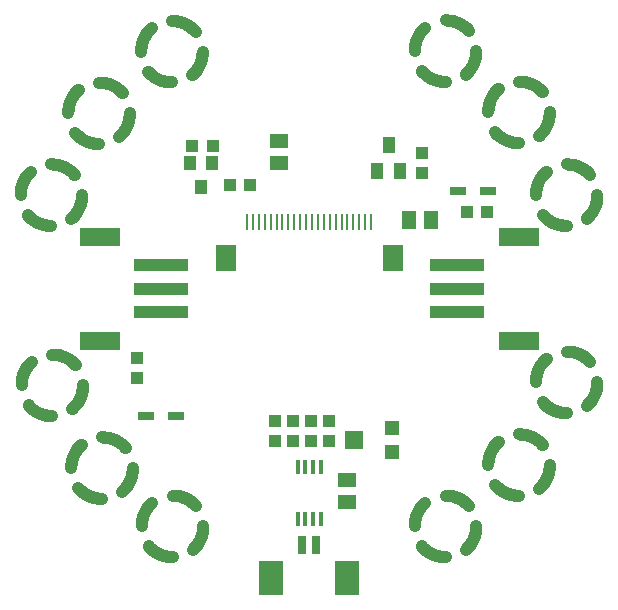
<source format=gbr>
G04 EAGLE Gerber RS-274X export*
G75*
%MOMM*%
%FSLAX34Y34*%
%LPD*%
%INSolderpaste Top*%
%IPPOS*%
%AMOC8*
5,1,8,0,0,1.08239X$1,22.5*%
G01*
%ADD10R,0.400000X1.300000*%
%ADD11R,1.000000X1.075000*%
%ADD12R,1.500000X1.240000*%
%ADD13R,1.500000X1.600000*%
%ADD14R,1.200000X1.200000*%
%ADD15R,0.800000X1.600000*%
%ADD16R,2.100000X3.000000*%
%ADD17R,1.075000X1.000000*%
%ADD18R,4.600000X1.000000*%
%ADD19R,3.400000X1.600000*%
%ADD20R,1.350000X0.800000*%
%ADD21R,1.000000X1.200000*%
%ADD22R,1.000000X1.400000*%
%ADD23C,1.000000*%
%ADD24R,0.250000X1.400000*%
%ADD25R,1.800000X2.200000*%
%ADD26R,1.240000X1.500000*%


D10*
X9750Y-150720D03*
X3250Y-150720D03*
X-3250Y-150720D03*
X-9750Y-150720D03*
X-9750Y-194720D03*
X-3250Y-194720D03*
X3250Y-194720D03*
X9750Y-194720D03*
D11*
X-13970Y-112150D03*
X-13970Y-129150D03*
X16510Y-112150D03*
X16510Y-129150D03*
X-29210Y-112150D03*
X-29210Y-129150D03*
D12*
X31750Y-161950D03*
X31750Y-180950D03*
D13*
X38110Y-128270D03*
D14*
X70610Y-138270D03*
X70610Y-118270D03*
D11*
X1270Y-112150D03*
X1270Y-129150D03*
D15*
X-6250Y-217170D03*
X6250Y-217170D03*
D16*
X-31850Y-244670D03*
X31850Y-244670D03*
D17*
X-66920Y87630D03*
X-49920Y87630D03*
D18*
X125400Y20000D03*
X125400Y0D03*
D19*
X177400Y44000D03*
X177400Y-44000D03*
D18*
X125400Y-20000D03*
D17*
X133740Y64770D03*
X150740Y64770D03*
D20*
X151130Y82550D03*
X125730Y82550D03*
D18*
X-125400Y-20000D03*
X-125400Y0D03*
D19*
X-177400Y-44000D03*
X-177400Y44000D03*
D18*
X-125400Y20000D03*
D11*
X-146050Y-58810D03*
X-146050Y-75810D03*
D20*
X-138430Y-107950D03*
X-113030Y-107950D03*
D21*
X-91440Y86520D03*
X-100940Y106520D03*
X-81940Y106520D03*
D17*
X-98670Y120650D03*
X-81670Y120650D03*
D22*
X67310Y121490D03*
X76810Y99490D03*
X57810Y99490D03*
D11*
X95250Y98180D03*
X95250Y115180D03*
D23*
X135570Y218169D02*
X135152Y218638D01*
X134723Y219098D01*
X134284Y219547D01*
X133833Y219986D01*
X133372Y220413D01*
X132901Y220829D01*
X132420Y221234D01*
X131929Y221627D01*
X131429Y222008D01*
X130920Y222378D01*
X130403Y222734D01*
X129877Y223078D01*
X129342Y223410D01*
X128800Y223728D01*
X128251Y224033D01*
X127694Y224325D01*
X127130Y224604D01*
X126560Y224869D01*
X125984Y225120D01*
X125402Y225357D01*
X124814Y225580D01*
X124221Y225789D01*
X123623Y225983D01*
X123021Y226164D01*
X122414Y226329D01*
X121804Y226480D01*
X121190Y226616D01*
X120573Y226737D01*
X119954Y226844D01*
X119332Y226935D01*
X118708Y227012D01*
X118082Y227074D01*
X117455Y227120D01*
X116827Y227151D01*
X116199Y227168D01*
X115570Y227169D01*
X98569Y221168D02*
X98100Y220750D01*
X97640Y220321D01*
X97191Y219882D01*
X96752Y219431D01*
X96325Y218970D01*
X95909Y218499D01*
X95504Y218018D01*
X95111Y217527D01*
X94730Y217027D01*
X94360Y216518D01*
X94004Y216001D01*
X93660Y215475D01*
X93328Y214940D01*
X93010Y214398D01*
X92705Y213849D01*
X92413Y213292D01*
X92134Y212728D01*
X91869Y212158D01*
X91618Y211582D01*
X91381Y211000D01*
X91158Y210412D01*
X90949Y209819D01*
X90755Y209221D01*
X90574Y208619D01*
X90409Y208012D01*
X90258Y207402D01*
X90122Y206788D01*
X90001Y206171D01*
X89894Y205552D01*
X89803Y204930D01*
X89726Y204306D01*
X89664Y203680D01*
X89618Y203053D01*
X89587Y202425D01*
X89570Y201797D01*
X89569Y201168D01*
X95570Y184167D02*
X95988Y183698D01*
X96417Y183238D01*
X96856Y182789D01*
X97307Y182350D01*
X97768Y181923D01*
X98239Y181507D01*
X98720Y181102D01*
X99211Y180709D01*
X99711Y180328D01*
X100220Y179958D01*
X100737Y179602D01*
X101263Y179258D01*
X101798Y178926D01*
X102340Y178608D01*
X102889Y178303D01*
X103446Y178011D01*
X104010Y177732D01*
X104580Y177467D01*
X105156Y177216D01*
X105738Y176979D01*
X106326Y176756D01*
X106919Y176547D01*
X107517Y176353D01*
X108119Y176172D01*
X108726Y176007D01*
X109336Y175856D01*
X109950Y175720D01*
X110567Y175599D01*
X111186Y175492D01*
X111808Y175401D01*
X112432Y175324D01*
X113058Y175262D01*
X113685Y175216D01*
X114313Y175185D01*
X114941Y175168D01*
X115570Y175167D01*
X132571Y181168D02*
X133040Y181586D01*
X133500Y182015D01*
X133949Y182454D01*
X134388Y182905D01*
X134815Y183366D01*
X135231Y183837D01*
X135636Y184318D01*
X136029Y184809D01*
X136410Y185309D01*
X136780Y185818D01*
X137136Y186335D01*
X137480Y186861D01*
X137812Y187396D01*
X138130Y187938D01*
X138435Y188487D01*
X138727Y189044D01*
X139006Y189608D01*
X139271Y190178D01*
X139522Y190754D01*
X139759Y191336D01*
X139982Y191924D01*
X140191Y192517D01*
X140385Y193115D01*
X140566Y193717D01*
X140731Y194324D01*
X140882Y194934D01*
X141018Y195548D01*
X141139Y196165D01*
X141246Y196784D01*
X141337Y197406D01*
X141414Y198030D01*
X141476Y198656D01*
X141522Y199283D01*
X141553Y199911D01*
X141570Y200539D01*
X141571Y201168D01*
X115570Y-175167D02*
X116199Y-175168D01*
X116827Y-175185D01*
X117455Y-175216D01*
X118082Y-175262D01*
X118708Y-175324D01*
X119332Y-175401D01*
X119954Y-175492D01*
X120573Y-175599D01*
X121190Y-175720D01*
X121804Y-175856D01*
X122414Y-176007D01*
X123021Y-176172D01*
X123623Y-176353D01*
X124221Y-176547D01*
X124814Y-176756D01*
X125402Y-176979D01*
X125984Y-177216D01*
X126560Y-177467D01*
X127130Y-177732D01*
X127694Y-178011D01*
X128251Y-178303D01*
X128800Y-178608D01*
X129342Y-178926D01*
X129877Y-179258D01*
X130403Y-179602D01*
X130920Y-179958D01*
X131429Y-180328D01*
X131929Y-180709D01*
X132420Y-181102D01*
X132901Y-181507D01*
X133372Y-181923D01*
X133833Y-182350D01*
X134284Y-182789D01*
X134723Y-183238D01*
X135152Y-183698D01*
X135570Y-184167D01*
X98569Y-181168D02*
X98100Y-181586D01*
X97640Y-182015D01*
X97191Y-182454D01*
X96752Y-182905D01*
X96325Y-183366D01*
X95909Y-183837D01*
X95504Y-184318D01*
X95111Y-184809D01*
X94730Y-185309D01*
X94360Y-185818D01*
X94004Y-186335D01*
X93660Y-186861D01*
X93328Y-187396D01*
X93010Y-187938D01*
X92705Y-188487D01*
X92413Y-189044D01*
X92134Y-189608D01*
X91869Y-190178D01*
X91618Y-190754D01*
X91381Y-191336D01*
X91158Y-191924D01*
X90949Y-192517D01*
X90755Y-193115D01*
X90574Y-193717D01*
X90409Y-194324D01*
X90258Y-194934D01*
X90122Y-195548D01*
X90001Y-196165D01*
X89894Y-196784D01*
X89803Y-197406D01*
X89726Y-198030D01*
X89664Y-198656D01*
X89618Y-199283D01*
X89587Y-199911D01*
X89570Y-200539D01*
X89569Y-201168D01*
X95570Y-218169D02*
X95988Y-218638D01*
X96417Y-219098D01*
X96856Y-219547D01*
X97307Y-219986D01*
X97768Y-220413D01*
X98239Y-220829D01*
X98720Y-221234D01*
X99211Y-221627D01*
X99711Y-222008D01*
X100220Y-222378D01*
X100737Y-222734D01*
X101263Y-223078D01*
X101798Y-223410D01*
X102340Y-223728D01*
X102889Y-224033D01*
X103446Y-224325D01*
X104010Y-224604D01*
X104580Y-224869D01*
X105156Y-225120D01*
X105738Y-225357D01*
X106326Y-225580D01*
X106919Y-225789D01*
X107517Y-225983D01*
X108119Y-226164D01*
X108726Y-226329D01*
X109336Y-226480D01*
X109950Y-226616D01*
X110567Y-226737D01*
X111186Y-226844D01*
X111808Y-226935D01*
X112432Y-227012D01*
X113058Y-227074D01*
X113685Y-227120D01*
X114313Y-227151D01*
X114941Y-227168D01*
X115570Y-227169D01*
X132571Y-221168D02*
X133040Y-220750D01*
X133500Y-220321D01*
X133949Y-219882D01*
X134388Y-219431D01*
X134815Y-218970D01*
X135231Y-218499D01*
X135636Y-218018D01*
X136029Y-217527D01*
X136410Y-217027D01*
X136780Y-216518D01*
X137136Y-216001D01*
X137480Y-215475D01*
X137812Y-214940D01*
X138130Y-214398D01*
X138435Y-213849D01*
X138727Y-213292D01*
X139006Y-212728D01*
X139271Y-212158D01*
X139522Y-211582D01*
X139759Y-211000D01*
X139982Y-210412D01*
X140191Y-209819D01*
X140385Y-209221D01*
X140566Y-208619D01*
X140731Y-208012D01*
X140882Y-207402D01*
X141018Y-206788D01*
X141139Y-206171D01*
X141246Y-205552D01*
X141337Y-204930D01*
X141414Y-204306D01*
X141476Y-203680D01*
X141522Y-203053D01*
X141553Y-202425D01*
X141570Y-201797D01*
X141571Y-201168D01*
X-96078Y217661D02*
X-96496Y218130D01*
X-96925Y218590D01*
X-97364Y219039D01*
X-97815Y219478D01*
X-98276Y219905D01*
X-98747Y220321D01*
X-99228Y220726D01*
X-99719Y221119D01*
X-100219Y221500D01*
X-100728Y221870D01*
X-101245Y222226D01*
X-101771Y222570D01*
X-102306Y222902D01*
X-102848Y223220D01*
X-103397Y223525D01*
X-103954Y223817D01*
X-104518Y224096D01*
X-105088Y224361D01*
X-105664Y224612D01*
X-106246Y224849D01*
X-106834Y225072D01*
X-107427Y225281D01*
X-108025Y225475D01*
X-108627Y225656D01*
X-109234Y225821D01*
X-109844Y225972D01*
X-110458Y226108D01*
X-111075Y226229D01*
X-111694Y226336D01*
X-112316Y226427D01*
X-112940Y226504D01*
X-113566Y226566D01*
X-114193Y226612D01*
X-114821Y226643D01*
X-115449Y226660D01*
X-116078Y226661D01*
X-133079Y220660D02*
X-133548Y220242D01*
X-134008Y219813D01*
X-134457Y219374D01*
X-134896Y218923D01*
X-135323Y218462D01*
X-135739Y217991D01*
X-136144Y217510D01*
X-136537Y217019D01*
X-136918Y216519D01*
X-137288Y216010D01*
X-137644Y215493D01*
X-137988Y214967D01*
X-138320Y214432D01*
X-138638Y213890D01*
X-138943Y213341D01*
X-139235Y212784D01*
X-139514Y212220D01*
X-139779Y211650D01*
X-140030Y211074D01*
X-140267Y210492D01*
X-140490Y209904D01*
X-140699Y209311D01*
X-140893Y208713D01*
X-141074Y208111D01*
X-141239Y207504D01*
X-141390Y206894D01*
X-141526Y206280D01*
X-141647Y205663D01*
X-141754Y205044D01*
X-141845Y204422D01*
X-141922Y203798D01*
X-141984Y203172D01*
X-142030Y202545D01*
X-142061Y201917D01*
X-142078Y201289D01*
X-142079Y200660D01*
X-136078Y183659D02*
X-135660Y183190D01*
X-135231Y182730D01*
X-134792Y182281D01*
X-134341Y181842D01*
X-133880Y181415D01*
X-133409Y180999D01*
X-132928Y180594D01*
X-132437Y180201D01*
X-131937Y179820D01*
X-131428Y179450D01*
X-130911Y179094D01*
X-130385Y178750D01*
X-129850Y178418D01*
X-129308Y178100D01*
X-128759Y177795D01*
X-128202Y177503D01*
X-127638Y177224D01*
X-127068Y176959D01*
X-126492Y176708D01*
X-125910Y176471D01*
X-125322Y176248D01*
X-124729Y176039D01*
X-124131Y175845D01*
X-123529Y175664D01*
X-122922Y175499D01*
X-122312Y175348D01*
X-121698Y175212D01*
X-121081Y175091D01*
X-120462Y174984D01*
X-119840Y174893D01*
X-119216Y174816D01*
X-118590Y174754D01*
X-117963Y174708D01*
X-117335Y174677D01*
X-116707Y174660D01*
X-116078Y174659D01*
X-99077Y180660D02*
X-98608Y181078D01*
X-98148Y181507D01*
X-97699Y181946D01*
X-97260Y182397D01*
X-96833Y182858D01*
X-96417Y183329D01*
X-96012Y183810D01*
X-95619Y184301D01*
X-95238Y184801D01*
X-94868Y185310D01*
X-94512Y185827D01*
X-94168Y186353D01*
X-93836Y186888D01*
X-93518Y187430D01*
X-93213Y187979D01*
X-92921Y188536D01*
X-92642Y189100D01*
X-92377Y189670D01*
X-92126Y190246D01*
X-91889Y190828D01*
X-91666Y191416D01*
X-91457Y192009D01*
X-91263Y192607D01*
X-91082Y193209D01*
X-90917Y193816D01*
X-90766Y194426D01*
X-90630Y195040D01*
X-90509Y195657D01*
X-90402Y196276D01*
X-90311Y196898D01*
X-90234Y197522D01*
X-90172Y198148D01*
X-90126Y198775D01*
X-90095Y199403D01*
X-90078Y200031D01*
X-90077Y200660D01*
X-115570Y-175167D02*
X-114941Y-175168D01*
X-114313Y-175185D01*
X-113685Y-175216D01*
X-113058Y-175262D01*
X-112432Y-175324D01*
X-111808Y-175401D01*
X-111186Y-175492D01*
X-110567Y-175599D01*
X-109950Y-175720D01*
X-109336Y-175856D01*
X-108726Y-176007D01*
X-108119Y-176172D01*
X-107517Y-176353D01*
X-106919Y-176547D01*
X-106326Y-176756D01*
X-105738Y-176979D01*
X-105156Y-177216D01*
X-104580Y-177467D01*
X-104010Y-177732D01*
X-103446Y-178011D01*
X-102889Y-178303D01*
X-102340Y-178608D01*
X-101798Y-178926D01*
X-101263Y-179258D01*
X-100737Y-179602D01*
X-100220Y-179958D01*
X-99711Y-180328D01*
X-99211Y-180709D01*
X-98720Y-181102D01*
X-98239Y-181507D01*
X-97768Y-181923D01*
X-97307Y-182350D01*
X-96856Y-182789D01*
X-96417Y-183238D01*
X-95988Y-183698D01*
X-95570Y-184167D01*
X-132571Y-181168D02*
X-133040Y-181586D01*
X-133500Y-182015D01*
X-133949Y-182454D01*
X-134388Y-182905D01*
X-134815Y-183366D01*
X-135231Y-183837D01*
X-135636Y-184318D01*
X-136029Y-184809D01*
X-136410Y-185309D01*
X-136780Y-185818D01*
X-137136Y-186335D01*
X-137480Y-186861D01*
X-137812Y-187396D01*
X-138130Y-187938D01*
X-138435Y-188487D01*
X-138727Y-189044D01*
X-139006Y-189608D01*
X-139271Y-190178D01*
X-139522Y-190754D01*
X-139759Y-191336D01*
X-139982Y-191924D01*
X-140191Y-192517D01*
X-140385Y-193115D01*
X-140566Y-193717D01*
X-140731Y-194324D01*
X-140882Y-194934D01*
X-141018Y-195548D01*
X-141139Y-196165D01*
X-141246Y-196784D01*
X-141337Y-197406D01*
X-141414Y-198030D01*
X-141476Y-198656D01*
X-141522Y-199283D01*
X-141553Y-199911D01*
X-141570Y-200539D01*
X-141571Y-201168D01*
X-135570Y-218169D02*
X-135152Y-218638D01*
X-134723Y-219098D01*
X-134284Y-219547D01*
X-133833Y-219986D01*
X-133372Y-220413D01*
X-132901Y-220829D01*
X-132420Y-221234D01*
X-131929Y-221627D01*
X-131429Y-222008D01*
X-130920Y-222378D01*
X-130403Y-222734D01*
X-129877Y-223078D01*
X-129342Y-223410D01*
X-128800Y-223728D01*
X-128251Y-224033D01*
X-127694Y-224325D01*
X-127130Y-224604D01*
X-126560Y-224869D01*
X-125984Y-225120D01*
X-125402Y-225357D01*
X-124814Y-225580D01*
X-124221Y-225789D01*
X-123623Y-225983D01*
X-123021Y-226164D01*
X-122414Y-226329D01*
X-121804Y-226480D01*
X-121190Y-226616D01*
X-120573Y-226737D01*
X-119954Y-226844D01*
X-119332Y-226935D01*
X-118708Y-227012D01*
X-118082Y-227074D01*
X-117455Y-227120D01*
X-116827Y-227151D01*
X-116199Y-227168D01*
X-115570Y-227169D01*
X-98569Y-221168D02*
X-98100Y-220750D01*
X-97640Y-220321D01*
X-97191Y-219882D01*
X-96752Y-219431D01*
X-96325Y-218970D01*
X-95909Y-218499D01*
X-95504Y-218018D01*
X-95111Y-217527D01*
X-94730Y-217027D01*
X-94360Y-216518D01*
X-94004Y-216001D01*
X-93660Y-215475D01*
X-93328Y-214940D01*
X-93010Y-214398D01*
X-92705Y-213849D01*
X-92413Y-213292D01*
X-92134Y-212728D01*
X-91869Y-212158D01*
X-91618Y-211582D01*
X-91381Y-211000D01*
X-91158Y-210412D01*
X-90949Y-209819D01*
X-90755Y-209221D01*
X-90574Y-208619D01*
X-90409Y-208012D01*
X-90258Y-207402D01*
X-90122Y-206788D01*
X-90001Y-206171D01*
X-89894Y-205552D01*
X-89803Y-204930D01*
X-89726Y-204306D01*
X-89664Y-203680D01*
X-89618Y-203053D01*
X-89587Y-202425D01*
X-89570Y-201797D01*
X-89569Y-201168D01*
X177800Y175353D02*
X178429Y175352D01*
X179057Y175335D01*
X179685Y175304D01*
X180312Y175258D01*
X180938Y175196D01*
X181562Y175119D01*
X182184Y175028D01*
X182803Y174921D01*
X183420Y174800D01*
X184034Y174664D01*
X184644Y174513D01*
X185251Y174348D01*
X185853Y174167D01*
X186451Y173973D01*
X187044Y173764D01*
X187632Y173541D01*
X188214Y173304D01*
X188790Y173053D01*
X189360Y172788D01*
X189924Y172509D01*
X190481Y172217D01*
X191030Y171912D01*
X191572Y171594D01*
X192107Y171262D01*
X192633Y170918D01*
X193150Y170562D01*
X193659Y170192D01*
X194159Y169811D01*
X194650Y169418D01*
X195131Y169013D01*
X195602Y168597D01*
X196063Y168170D01*
X196514Y167731D01*
X196953Y167282D01*
X197382Y166822D01*
X197800Y166353D01*
X160799Y169352D02*
X160330Y168934D01*
X159870Y168505D01*
X159421Y168066D01*
X158982Y167615D01*
X158555Y167154D01*
X158139Y166683D01*
X157734Y166202D01*
X157341Y165711D01*
X156960Y165211D01*
X156590Y164702D01*
X156234Y164185D01*
X155890Y163659D01*
X155558Y163124D01*
X155240Y162582D01*
X154935Y162033D01*
X154643Y161476D01*
X154364Y160912D01*
X154099Y160342D01*
X153848Y159766D01*
X153611Y159184D01*
X153388Y158596D01*
X153179Y158003D01*
X152985Y157405D01*
X152804Y156803D01*
X152639Y156196D01*
X152488Y155586D01*
X152352Y154972D01*
X152231Y154355D01*
X152124Y153736D01*
X152033Y153114D01*
X151956Y152490D01*
X151894Y151864D01*
X151848Y151237D01*
X151817Y150609D01*
X151800Y149981D01*
X151799Y149352D01*
X157800Y132351D02*
X158218Y131882D01*
X158647Y131422D01*
X159086Y130973D01*
X159537Y130534D01*
X159998Y130107D01*
X160469Y129691D01*
X160950Y129286D01*
X161441Y128893D01*
X161941Y128512D01*
X162450Y128142D01*
X162967Y127786D01*
X163493Y127442D01*
X164028Y127110D01*
X164570Y126792D01*
X165119Y126487D01*
X165676Y126195D01*
X166240Y125916D01*
X166810Y125651D01*
X167386Y125400D01*
X167968Y125163D01*
X168556Y124940D01*
X169149Y124731D01*
X169747Y124537D01*
X170349Y124356D01*
X170956Y124191D01*
X171566Y124040D01*
X172180Y123904D01*
X172797Y123783D01*
X173416Y123676D01*
X174038Y123585D01*
X174662Y123508D01*
X175288Y123446D01*
X175915Y123400D01*
X176543Y123369D01*
X177171Y123352D01*
X177800Y123351D01*
X194801Y129352D02*
X195270Y129770D01*
X195730Y130199D01*
X196179Y130638D01*
X196618Y131089D01*
X197045Y131550D01*
X197461Y132021D01*
X197866Y132502D01*
X198259Y132993D01*
X198640Y133493D01*
X199010Y134002D01*
X199366Y134519D01*
X199710Y135045D01*
X200042Y135580D01*
X200360Y136122D01*
X200665Y136671D01*
X200957Y137228D01*
X201236Y137792D01*
X201501Y138362D01*
X201752Y138938D01*
X201989Y139520D01*
X202212Y140108D01*
X202421Y140701D01*
X202615Y141299D01*
X202796Y141901D01*
X202961Y142508D01*
X203112Y143118D01*
X203248Y143732D01*
X203369Y144349D01*
X203476Y144968D01*
X203567Y145590D01*
X203644Y146214D01*
X203706Y146840D01*
X203752Y147467D01*
X203783Y148095D01*
X203800Y148723D01*
X203801Y149352D01*
X218186Y105249D02*
X218815Y105248D01*
X219443Y105231D01*
X220071Y105200D01*
X220698Y105154D01*
X221324Y105092D01*
X221948Y105015D01*
X222570Y104924D01*
X223189Y104817D01*
X223806Y104696D01*
X224420Y104560D01*
X225030Y104409D01*
X225637Y104244D01*
X226239Y104063D01*
X226837Y103869D01*
X227430Y103660D01*
X228018Y103437D01*
X228600Y103200D01*
X229176Y102949D01*
X229746Y102684D01*
X230310Y102405D01*
X230867Y102113D01*
X231416Y101808D01*
X231958Y101490D01*
X232493Y101158D01*
X233019Y100814D01*
X233536Y100458D01*
X234045Y100088D01*
X234545Y99707D01*
X235036Y99314D01*
X235517Y98909D01*
X235988Y98493D01*
X236449Y98066D01*
X236900Y97627D01*
X237339Y97178D01*
X237768Y96718D01*
X238186Y96249D01*
X201185Y99248D02*
X200716Y98830D01*
X200256Y98401D01*
X199807Y97962D01*
X199368Y97511D01*
X198941Y97050D01*
X198525Y96579D01*
X198120Y96098D01*
X197727Y95607D01*
X197346Y95107D01*
X196976Y94598D01*
X196620Y94081D01*
X196276Y93555D01*
X195944Y93020D01*
X195626Y92478D01*
X195321Y91929D01*
X195029Y91372D01*
X194750Y90808D01*
X194485Y90238D01*
X194234Y89662D01*
X193997Y89080D01*
X193774Y88492D01*
X193565Y87899D01*
X193371Y87301D01*
X193190Y86699D01*
X193025Y86092D01*
X192874Y85482D01*
X192738Y84868D01*
X192617Y84251D01*
X192510Y83632D01*
X192419Y83010D01*
X192342Y82386D01*
X192280Y81760D01*
X192234Y81133D01*
X192203Y80505D01*
X192186Y79877D01*
X192185Y79248D01*
X198186Y62247D02*
X198604Y61778D01*
X199033Y61318D01*
X199472Y60869D01*
X199923Y60430D01*
X200384Y60003D01*
X200855Y59587D01*
X201336Y59182D01*
X201827Y58789D01*
X202327Y58408D01*
X202836Y58038D01*
X203353Y57682D01*
X203879Y57338D01*
X204414Y57006D01*
X204956Y56688D01*
X205505Y56383D01*
X206062Y56091D01*
X206626Y55812D01*
X207196Y55547D01*
X207772Y55296D01*
X208354Y55059D01*
X208942Y54836D01*
X209535Y54627D01*
X210133Y54433D01*
X210735Y54252D01*
X211342Y54087D01*
X211952Y53936D01*
X212566Y53800D01*
X213183Y53679D01*
X213802Y53572D01*
X214424Y53481D01*
X215048Y53404D01*
X215674Y53342D01*
X216301Y53296D01*
X216929Y53265D01*
X217557Y53248D01*
X218186Y53247D01*
X235187Y59248D02*
X235656Y59666D01*
X236116Y60095D01*
X236565Y60534D01*
X237004Y60985D01*
X237431Y61446D01*
X237847Y61917D01*
X238252Y62398D01*
X238645Y62889D01*
X239026Y63389D01*
X239396Y63898D01*
X239752Y64415D01*
X240096Y64941D01*
X240428Y65476D01*
X240746Y66018D01*
X241051Y66567D01*
X241343Y67124D01*
X241622Y67688D01*
X241887Y68258D01*
X242138Y68834D01*
X242375Y69416D01*
X242598Y70004D01*
X242807Y70597D01*
X243001Y71195D01*
X243182Y71797D01*
X243347Y72404D01*
X243498Y73014D01*
X243634Y73628D01*
X243755Y74245D01*
X243862Y74864D01*
X243953Y75486D01*
X244030Y76110D01*
X244092Y76736D01*
X244138Y77363D01*
X244169Y77991D01*
X244186Y78619D01*
X244187Y79248D01*
X218186Y-53247D02*
X218815Y-53248D01*
X219443Y-53265D01*
X220071Y-53296D01*
X220698Y-53342D01*
X221324Y-53404D01*
X221948Y-53481D01*
X222570Y-53572D01*
X223189Y-53679D01*
X223806Y-53800D01*
X224420Y-53936D01*
X225030Y-54087D01*
X225637Y-54252D01*
X226239Y-54433D01*
X226837Y-54627D01*
X227430Y-54836D01*
X228018Y-55059D01*
X228600Y-55296D01*
X229176Y-55547D01*
X229746Y-55812D01*
X230310Y-56091D01*
X230867Y-56383D01*
X231416Y-56688D01*
X231958Y-57006D01*
X232493Y-57338D01*
X233019Y-57682D01*
X233536Y-58038D01*
X234045Y-58408D01*
X234545Y-58789D01*
X235036Y-59182D01*
X235517Y-59587D01*
X235988Y-60003D01*
X236449Y-60430D01*
X236900Y-60869D01*
X237339Y-61318D01*
X237768Y-61778D01*
X238186Y-62247D01*
X201185Y-59248D02*
X200716Y-59666D01*
X200256Y-60095D01*
X199807Y-60534D01*
X199368Y-60985D01*
X198941Y-61446D01*
X198525Y-61917D01*
X198120Y-62398D01*
X197727Y-62889D01*
X197346Y-63389D01*
X196976Y-63898D01*
X196620Y-64415D01*
X196276Y-64941D01*
X195944Y-65476D01*
X195626Y-66018D01*
X195321Y-66567D01*
X195029Y-67124D01*
X194750Y-67688D01*
X194485Y-68258D01*
X194234Y-68834D01*
X193997Y-69416D01*
X193774Y-70004D01*
X193565Y-70597D01*
X193371Y-71195D01*
X193190Y-71797D01*
X193025Y-72404D01*
X192874Y-73014D01*
X192738Y-73628D01*
X192617Y-74245D01*
X192510Y-74864D01*
X192419Y-75486D01*
X192342Y-76110D01*
X192280Y-76736D01*
X192234Y-77363D01*
X192203Y-77991D01*
X192186Y-78619D01*
X192185Y-79248D01*
X198186Y-96249D02*
X198604Y-96718D01*
X199033Y-97178D01*
X199472Y-97627D01*
X199923Y-98066D01*
X200384Y-98493D01*
X200855Y-98909D01*
X201336Y-99314D01*
X201827Y-99707D01*
X202327Y-100088D01*
X202836Y-100458D01*
X203353Y-100814D01*
X203879Y-101158D01*
X204414Y-101490D01*
X204956Y-101808D01*
X205505Y-102113D01*
X206062Y-102405D01*
X206626Y-102684D01*
X207196Y-102949D01*
X207772Y-103200D01*
X208354Y-103437D01*
X208942Y-103660D01*
X209535Y-103869D01*
X210133Y-104063D01*
X210735Y-104244D01*
X211342Y-104409D01*
X211952Y-104560D01*
X212566Y-104696D01*
X213183Y-104817D01*
X213802Y-104924D01*
X214424Y-105015D01*
X215048Y-105092D01*
X215674Y-105154D01*
X216301Y-105200D01*
X216929Y-105231D01*
X217557Y-105248D01*
X218186Y-105249D01*
X235187Y-99248D02*
X235656Y-98830D01*
X236116Y-98401D01*
X236565Y-97962D01*
X237004Y-97511D01*
X237431Y-97050D01*
X237847Y-96579D01*
X238252Y-96098D01*
X238645Y-95607D01*
X239026Y-95107D01*
X239396Y-94598D01*
X239752Y-94081D01*
X240096Y-93555D01*
X240428Y-93020D01*
X240746Y-92478D01*
X241051Y-91929D01*
X241343Y-91372D01*
X241622Y-90808D01*
X241887Y-90238D01*
X242138Y-89662D01*
X242375Y-89080D01*
X242598Y-88492D01*
X242807Y-87899D01*
X243001Y-87301D01*
X243182Y-86699D01*
X243347Y-86092D01*
X243498Y-85482D01*
X243634Y-84868D01*
X243755Y-84251D01*
X243862Y-83632D01*
X243953Y-83010D01*
X244030Y-82386D01*
X244092Y-81760D01*
X244138Y-81133D01*
X244169Y-80505D01*
X244186Y-79877D01*
X244187Y-79248D01*
X197800Y-132351D02*
X197382Y-131882D01*
X196953Y-131422D01*
X196514Y-130973D01*
X196063Y-130534D01*
X195602Y-130107D01*
X195131Y-129691D01*
X194650Y-129286D01*
X194159Y-128893D01*
X193659Y-128512D01*
X193150Y-128142D01*
X192633Y-127786D01*
X192107Y-127442D01*
X191572Y-127110D01*
X191030Y-126792D01*
X190481Y-126487D01*
X189924Y-126195D01*
X189360Y-125916D01*
X188790Y-125651D01*
X188214Y-125400D01*
X187632Y-125163D01*
X187044Y-124940D01*
X186451Y-124731D01*
X185853Y-124537D01*
X185251Y-124356D01*
X184644Y-124191D01*
X184034Y-124040D01*
X183420Y-123904D01*
X182803Y-123783D01*
X182184Y-123676D01*
X181562Y-123585D01*
X180938Y-123508D01*
X180312Y-123446D01*
X179685Y-123400D01*
X179057Y-123369D01*
X178429Y-123352D01*
X177800Y-123351D01*
X160799Y-129352D02*
X160330Y-129770D01*
X159870Y-130199D01*
X159421Y-130638D01*
X158982Y-131089D01*
X158555Y-131550D01*
X158139Y-132021D01*
X157734Y-132502D01*
X157341Y-132993D01*
X156960Y-133493D01*
X156590Y-134002D01*
X156234Y-134519D01*
X155890Y-135045D01*
X155558Y-135580D01*
X155240Y-136122D01*
X154935Y-136671D01*
X154643Y-137228D01*
X154364Y-137792D01*
X154099Y-138362D01*
X153848Y-138938D01*
X153611Y-139520D01*
X153388Y-140108D01*
X153179Y-140701D01*
X152985Y-141299D01*
X152804Y-141901D01*
X152639Y-142508D01*
X152488Y-143118D01*
X152352Y-143732D01*
X152231Y-144349D01*
X152124Y-144968D01*
X152033Y-145590D01*
X151956Y-146214D01*
X151894Y-146840D01*
X151848Y-147467D01*
X151817Y-148095D01*
X151800Y-148723D01*
X151799Y-149352D01*
X157800Y-166353D02*
X158218Y-166822D01*
X158647Y-167282D01*
X159086Y-167731D01*
X159537Y-168170D01*
X159998Y-168597D01*
X160469Y-169013D01*
X160950Y-169418D01*
X161441Y-169811D01*
X161941Y-170192D01*
X162450Y-170562D01*
X162967Y-170918D01*
X163493Y-171262D01*
X164028Y-171594D01*
X164570Y-171912D01*
X165119Y-172217D01*
X165676Y-172509D01*
X166240Y-172788D01*
X166810Y-173053D01*
X167386Y-173304D01*
X167968Y-173541D01*
X168556Y-173764D01*
X169149Y-173973D01*
X169747Y-174167D01*
X170349Y-174348D01*
X170956Y-174513D01*
X171566Y-174664D01*
X172180Y-174800D01*
X172797Y-174921D01*
X173416Y-175028D01*
X174038Y-175119D01*
X174662Y-175196D01*
X175288Y-175258D01*
X175915Y-175304D01*
X176543Y-175335D01*
X177171Y-175352D01*
X177800Y-175353D01*
X194801Y-169352D02*
X195270Y-168934D01*
X195730Y-168505D01*
X196179Y-168066D01*
X196618Y-167615D01*
X197045Y-167154D01*
X197461Y-166683D01*
X197866Y-166202D01*
X198259Y-165711D01*
X198640Y-165211D01*
X199010Y-164702D01*
X199366Y-164185D01*
X199710Y-163659D01*
X200042Y-163124D01*
X200360Y-162582D01*
X200665Y-162033D01*
X200957Y-161476D01*
X201236Y-160912D01*
X201501Y-160342D01*
X201752Y-159766D01*
X201989Y-159184D01*
X202212Y-158596D01*
X202421Y-158003D01*
X202615Y-157405D01*
X202796Y-156803D01*
X202961Y-156196D01*
X203112Y-155586D01*
X203248Y-154972D01*
X203369Y-154355D01*
X203476Y-153736D01*
X203567Y-153114D01*
X203644Y-152490D01*
X203706Y-151864D01*
X203752Y-151237D01*
X203783Y-150609D01*
X203800Y-149981D01*
X203801Y-149352D01*
X-157800Y165591D02*
X-158218Y166060D01*
X-158647Y166520D01*
X-159086Y166969D01*
X-159537Y167408D01*
X-159998Y167835D01*
X-160469Y168251D01*
X-160950Y168656D01*
X-161441Y169049D01*
X-161941Y169430D01*
X-162450Y169800D01*
X-162967Y170156D01*
X-163493Y170500D01*
X-164028Y170832D01*
X-164570Y171150D01*
X-165119Y171455D01*
X-165676Y171747D01*
X-166240Y172026D01*
X-166810Y172291D01*
X-167386Y172542D01*
X-167968Y172779D01*
X-168556Y173002D01*
X-169149Y173211D01*
X-169747Y173405D01*
X-170349Y173586D01*
X-170956Y173751D01*
X-171566Y173902D01*
X-172180Y174038D01*
X-172797Y174159D01*
X-173416Y174266D01*
X-174038Y174357D01*
X-174662Y174434D01*
X-175288Y174496D01*
X-175915Y174542D01*
X-176543Y174573D01*
X-177171Y174590D01*
X-177800Y174591D01*
X-194801Y168590D02*
X-195270Y168172D01*
X-195730Y167743D01*
X-196179Y167304D01*
X-196618Y166853D01*
X-197045Y166392D01*
X-197461Y165921D01*
X-197866Y165440D01*
X-198259Y164949D01*
X-198640Y164449D01*
X-199010Y163940D01*
X-199366Y163423D01*
X-199710Y162897D01*
X-200042Y162362D01*
X-200360Y161820D01*
X-200665Y161271D01*
X-200957Y160714D01*
X-201236Y160150D01*
X-201501Y159580D01*
X-201752Y159004D01*
X-201989Y158422D01*
X-202212Y157834D01*
X-202421Y157241D01*
X-202615Y156643D01*
X-202796Y156041D01*
X-202961Y155434D01*
X-203112Y154824D01*
X-203248Y154210D01*
X-203369Y153593D01*
X-203476Y152974D01*
X-203567Y152352D01*
X-203644Y151728D01*
X-203706Y151102D01*
X-203752Y150475D01*
X-203783Y149847D01*
X-203800Y149219D01*
X-203801Y148590D01*
X-197800Y131589D02*
X-197382Y131120D01*
X-196953Y130660D01*
X-196514Y130211D01*
X-196063Y129772D01*
X-195602Y129345D01*
X-195131Y128929D01*
X-194650Y128524D01*
X-194159Y128131D01*
X-193659Y127750D01*
X-193150Y127380D01*
X-192633Y127024D01*
X-192107Y126680D01*
X-191572Y126348D01*
X-191030Y126030D01*
X-190481Y125725D01*
X-189924Y125433D01*
X-189360Y125154D01*
X-188790Y124889D01*
X-188214Y124638D01*
X-187632Y124401D01*
X-187044Y124178D01*
X-186451Y123969D01*
X-185853Y123775D01*
X-185251Y123594D01*
X-184644Y123429D01*
X-184034Y123278D01*
X-183420Y123142D01*
X-182803Y123021D01*
X-182184Y122914D01*
X-181562Y122823D01*
X-180938Y122746D01*
X-180312Y122684D01*
X-179685Y122638D01*
X-179057Y122607D01*
X-178429Y122590D01*
X-177800Y122589D01*
X-160799Y128590D02*
X-160330Y129008D01*
X-159870Y129437D01*
X-159421Y129876D01*
X-158982Y130327D01*
X-158555Y130788D01*
X-158139Y131259D01*
X-157734Y131740D01*
X-157341Y132231D01*
X-156960Y132731D01*
X-156590Y133240D01*
X-156234Y133757D01*
X-155890Y134283D01*
X-155558Y134818D01*
X-155240Y135360D01*
X-154935Y135909D01*
X-154643Y136466D01*
X-154364Y137030D01*
X-154099Y137600D01*
X-153848Y138176D01*
X-153611Y138758D01*
X-153388Y139346D01*
X-153179Y139939D01*
X-152985Y140537D01*
X-152804Y141139D01*
X-152639Y141746D01*
X-152488Y142356D01*
X-152352Y142970D01*
X-152231Y143587D01*
X-152124Y144206D01*
X-152033Y144828D01*
X-151956Y145452D01*
X-151894Y146078D01*
X-151848Y146705D01*
X-151817Y147333D01*
X-151800Y147961D01*
X-151799Y148590D01*
X-198186Y96249D02*
X-198604Y96718D01*
X-199033Y97178D01*
X-199472Y97627D01*
X-199923Y98066D01*
X-200384Y98493D01*
X-200855Y98909D01*
X-201336Y99314D01*
X-201827Y99707D01*
X-202327Y100088D01*
X-202836Y100458D01*
X-203353Y100814D01*
X-203879Y101158D01*
X-204414Y101490D01*
X-204956Y101808D01*
X-205505Y102113D01*
X-206062Y102405D01*
X-206626Y102684D01*
X-207196Y102949D01*
X-207772Y103200D01*
X-208354Y103437D01*
X-208942Y103660D01*
X-209535Y103869D01*
X-210133Y104063D01*
X-210735Y104244D01*
X-211342Y104409D01*
X-211952Y104560D01*
X-212566Y104696D01*
X-213183Y104817D01*
X-213802Y104924D01*
X-214424Y105015D01*
X-215048Y105092D01*
X-215674Y105154D01*
X-216301Y105200D01*
X-216929Y105231D01*
X-217557Y105248D01*
X-218186Y105249D01*
X-235187Y99248D02*
X-235656Y98830D01*
X-236116Y98401D01*
X-236565Y97962D01*
X-237004Y97511D01*
X-237431Y97050D01*
X-237847Y96579D01*
X-238252Y96098D01*
X-238645Y95607D01*
X-239026Y95107D01*
X-239396Y94598D01*
X-239752Y94081D01*
X-240096Y93555D01*
X-240428Y93020D01*
X-240746Y92478D01*
X-241051Y91929D01*
X-241343Y91372D01*
X-241622Y90808D01*
X-241887Y90238D01*
X-242138Y89662D01*
X-242375Y89080D01*
X-242598Y88492D01*
X-242807Y87899D01*
X-243001Y87301D01*
X-243182Y86699D01*
X-243347Y86092D01*
X-243498Y85482D01*
X-243634Y84868D01*
X-243755Y84251D01*
X-243862Y83632D01*
X-243953Y83010D01*
X-244030Y82386D01*
X-244092Y81760D01*
X-244138Y81133D01*
X-244169Y80505D01*
X-244186Y79877D01*
X-244187Y79248D01*
X-238186Y62247D02*
X-237768Y61778D01*
X-237339Y61318D01*
X-236900Y60869D01*
X-236449Y60430D01*
X-235988Y60003D01*
X-235517Y59587D01*
X-235036Y59182D01*
X-234545Y58789D01*
X-234045Y58408D01*
X-233536Y58038D01*
X-233019Y57682D01*
X-232493Y57338D01*
X-231958Y57006D01*
X-231416Y56688D01*
X-230867Y56383D01*
X-230310Y56091D01*
X-229746Y55812D01*
X-229176Y55547D01*
X-228600Y55296D01*
X-228018Y55059D01*
X-227430Y54836D01*
X-226837Y54627D01*
X-226239Y54433D01*
X-225637Y54252D01*
X-225030Y54087D01*
X-224420Y53936D01*
X-223806Y53800D01*
X-223189Y53679D01*
X-222570Y53572D01*
X-221948Y53481D01*
X-221324Y53404D01*
X-220698Y53342D01*
X-220071Y53296D01*
X-219443Y53265D01*
X-218815Y53248D01*
X-218186Y53247D01*
X-201185Y59248D02*
X-200716Y59666D01*
X-200256Y60095D01*
X-199807Y60534D01*
X-199368Y60985D01*
X-198941Y61446D01*
X-198525Y61917D01*
X-198120Y62398D01*
X-197727Y62889D01*
X-197346Y63389D01*
X-196976Y63898D01*
X-196620Y64415D01*
X-196276Y64941D01*
X-195944Y65476D01*
X-195626Y66018D01*
X-195321Y66567D01*
X-195029Y67124D01*
X-194750Y67688D01*
X-194485Y68258D01*
X-194234Y68834D01*
X-193997Y69416D01*
X-193774Y70004D01*
X-193565Y70597D01*
X-193371Y71195D01*
X-193190Y71797D01*
X-193025Y72404D01*
X-192874Y73014D01*
X-192738Y73628D01*
X-192617Y74245D01*
X-192510Y74864D01*
X-192419Y75486D01*
X-192342Y76110D01*
X-192280Y76736D01*
X-192234Y77363D01*
X-192203Y77991D01*
X-192186Y78619D01*
X-192185Y79248D01*
X-217424Y-55787D02*
X-216795Y-55788D01*
X-216167Y-55805D01*
X-215539Y-55836D01*
X-214912Y-55882D01*
X-214286Y-55944D01*
X-213662Y-56021D01*
X-213040Y-56112D01*
X-212421Y-56219D01*
X-211804Y-56340D01*
X-211190Y-56476D01*
X-210580Y-56627D01*
X-209973Y-56792D01*
X-209371Y-56973D01*
X-208773Y-57167D01*
X-208180Y-57376D01*
X-207592Y-57599D01*
X-207010Y-57836D01*
X-206434Y-58087D01*
X-205864Y-58352D01*
X-205300Y-58631D01*
X-204743Y-58923D01*
X-204194Y-59228D01*
X-203652Y-59546D01*
X-203117Y-59878D01*
X-202591Y-60222D01*
X-202074Y-60578D01*
X-201565Y-60948D01*
X-201065Y-61329D01*
X-200574Y-61722D01*
X-200093Y-62127D01*
X-199622Y-62543D01*
X-199161Y-62970D01*
X-198710Y-63409D01*
X-198271Y-63858D01*
X-197842Y-64318D01*
X-197424Y-64787D01*
X-234425Y-61788D02*
X-234894Y-62206D01*
X-235354Y-62635D01*
X-235803Y-63074D01*
X-236242Y-63525D01*
X-236669Y-63986D01*
X-237085Y-64457D01*
X-237490Y-64938D01*
X-237883Y-65429D01*
X-238264Y-65929D01*
X-238634Y-66438D01*
X-238990Y-66955D01*
X-239334Y-67481D01*
X-239666Y-68016D01*
X-239984Y-68558D01*
X-240289Y-69107D01*
X-240581Y-69664D01*
X-240860Y-70228D01*
X-241125Y-70798D01*
X-241376Y-71374D01*
X-241613Y-71956D01*
X-241836Y-72544D01*
X-242045Y-73137D01*
X-242239Y-73735D01*
X-242420Y-74337D01*
X-242585Y-74944D01*
X-242736Y-75554D01*
X-242872Y-76168D01*
X-242993Y-76785D01*
X-243100Y-77404D01*
X-243191Y-78026D01*
X-243268Y-78650D01*
X-243330Y-79276D01*
X-243376Y-79903D01*
X-243407Y-80531D01*
X-243424Y-81159D01*
X-243425Y-81788D01*
X-237424Y-98789D02*
X-237006Y-99258D01*
X-236577Y-99718D01*
X-236138Y-100167D01*
X-235687Y-100606D01*
X-235226Y-101033D01*
X-234755Y-101449D01*
X-234274Y-101854D01*
X-233783Y-102247D01*
X-233283Y-102628D01*
X-232774Y-102998D01*
X-232257Y-103354D01*
X-231731Y-103698D01*
X-231196Y-104030D01*
X-230654Y-104348D01*
X-230105Y-104653D01*
X-229548Y-104945D01*
X-228984Y-105224D01*
X-228414Y-105489D01*
X-227838Y-105740D01*
X-227256Y-105977D01*
X-226668Y-106200D01*
X-226075Y-106409D01*
X-225477Y-106603D01*
X-224875Y-106784D01*
X-224268Y-106949D01*
X-223658Y-107100D01*
X-223044Y-107236D01*
X-222427Y-107357D01*
X-221808Y-107464D01*
X-221186Y-107555D01*
X-220562Y-107632D01*
X-219936Y-107694D01*
X-219309Y-107740D01*
X-218681Y-107771D01*
X-218053Y-107788D01*
X-217424Y-107789D01*
X-200423Y-101788D02*
X-199954Y-101370D01*
X-199494Y-100941D01*
X-199045Y-100502D01*
X-198606Y-100051D01*
X-198179Y-99590D01*
X-197763Y-99119D01*
X-197358Y-98638D01*
X-196965Y-98147D01*
X-196584Y-97647D01*
X-196214Y-97138D01*
X-195858Y-96621D01*
X-195514Y-96095D01*
X-195182Y-95560D01*
X-194864Y-95018D01*
X-194559Y-94469D01*
X-194267Y-93912D01*
X-193988Y-93348D01*
X-193723Y-92778D01*
X-193472Y-92202D01*
X-193235Y-91620D01*
X-193012Y-91032D01*
X-192803Y-90439D01*
X-192609Y-89841D01*
X-192428Y-89239D01*
X-192263Y-88632D01*
X-192112Y-88022D01*
X-191976Y-87408D01*
X-191855Y-86791D01*
X-191748Y-86172D01*
X-191657Y-85550D01*
X-191580Y-84926D01*
X-191518Y-84300D01*
X-191472Y-83673D01*
X-191441Y-83045D01*
X-191424Y-82417D01*
X-191423Y-81788D01*
X-175260Y-125891D02*
X-174631Y-125892D01*
X-174003Y-125909D01*
X-173375Y-125940D01*
X-172748Y-125986D01*
X-172122Y-126048D01*
X-171498Y-126125D01*
X-170876Y-126216D01*
X-170257Y-126323D01*
X-169640Y-126444D01*
X-169026Y-126580D01*
X-168416Y-126731D01*
X-167809Y-126896D01*
X-167207Y-127077D01*
X-166609Y-127271D01*
X-166016Y-127480D01*
X-165428Y-127703D01*
X-164846Y-127940D01*
X-164270Y-128191D01*
X-163700Y-128456D01*
X-163136Y-128735D01*
X-162579Y-129027D01*
X-162030Y-129332D01*
X-161488Y-129650D01*
X-160953Y-129982D01*
X-160427Y-130326D01*
X-159910Y-130682D01*
X-159401Y-131052D01*
X-158901Y-131433D01*
X-158410Y-131826D01*
X-157929Y-132231D01*
X-157458Y-132647D01*
X-156997Y-133074D01*
X-156546Y-133513D01*
X-156107Y-133962D01*
X-155678Y-134422D01*
X-155260Y-134891D01*
X-192261Y-131892D02*
X-192730Y-132310D01*
X-193190Y-132739D01*
X-193639Y-133178D01*
X-194078Y-133629D01*
X-194505Y-134090D01*
X-194921Y-134561D01*
X-195326Y-135042D01*
X-195719Y-135533D01*
X-196100Y-136033D01*
X-196470Y-136542D01*
X-196826Y-137059D01*
X-197170Y-137585D01*
X-197502Y-138120D01*
X-197820Y-138662D01*
X-198125Y-139211D01*
X-198417Y-139768D01*
X-198696Y-140332D01*
X-198961Y-140902D01*
X-199212Y-141478D01*
X-199449Y-142060D01*
X-199672Y-142648D01*
X-199881Y-143241D01*
X-200075Y-143839D01*
X-200256Y-144441D01*
X-200421Y-145048D01*
X-200572Y-145658D01*
X-200708Y-146272D01*
X-200829Y-146889D01*
X-200936Y-147508D01*
X-201027Y-148130D01*
X-201104Y-148754D01*
X-201166Y-149380D01*
X-201212Y-150007D01*
X-201243Y-150635D01*
X-201260Y-151263D01*
X-201261Y-151892D01*
X-195260Y-168893D02*
X-194842Y-169362D01*
X-194413Y-169822D01*
X-193974Y-170271D01*
X-193523Y-170710D01*
X-193062Y-171137D01*
X-192591Y-171553D01*
X-192110Y-171958D01*
X-191619Y-172351D01*
X-191119Y-172732D01*
X-190610Y-173102D01*
X-190093Y-173458D01*
X-189567Y-173802D01*
X-189032Y-174134D01*
X-188490Y-174452D01*
X-187941Y-174757D01*
X-187384Y-175049D01*
X-186820Y-175328D01*
X-186250Y-175593D01*
X-185674Y-175844D01*
X-185092Y-176081D01*
X-184504Y-176304D01*
X-183911Y-176513D01*
X-183313Y-176707D01*
X-182711Y-176888D01*
X-182104Y-177053D01*
X-181494Y-177204D01*
X-180880Y-177340D01*
X-180263Y-177461D01*
X-179644Y-177568D01*
X-179022Y-177659D01*
X-178398Y-177736D01*
X-177772Y-177798D01*
X-177145Y-177844D01*
X-176517Y-177875D01*
X-175889Y-177892D01*
X-175260Y-177893D01*
X-158259Y-171892D02*
X-157790Y-171474D01*
X-157330Y-171045D01*
X-156881Y-170606D01*
X-156442Y-170155D01*
X-156015Y-169694D01*
X-155599Y-169223D01*
X-155194Y-168742D01*
X-154801Y-168251D01*
X-154420Y-167751D01*
X-154050Y-167242D01*
X-153694Y-166725D01*
X-153350Y-166199D01*
X-153018Y-165664D01*
X-152700Y-165122D01*
X-152395Y-164573D01*
X-152103Y-164016D01*
X-151824Y-163452D01*
X-151559Y-162882D01*
X-151308Y-162306D01*
X-151071Y-161724D01*
X-150848Y-161136D01*
X-150639Y-160543D01*
X-150445Y-159945D01*
X-150264Y-159343D01*
X-150099Y-158736D01*
X-149948Y-158126D01*
X-149812Y-157512D01*
X-149691Y-156895D01*
X-149584Y-156276D01*
X-149493Y-155654D01*
X-149416Y-155030D01*
X-149354Y-154404D01*
X-149308Y-153777D01*
X-149277Y-153149D01*
X-149260Y-152521D01*
X-149259Y-151892D01*
D24*
X-52500Y56430D03*
X-47500Y56430D03*
X-42500Y56430D03*
X-37500Y56430D03*
X-32500Y56430D03*
X-27500Y56430D03*
X-22500Y56430D03*
X-17500Y56430D03*
X-12500Y56430D03*
X-7500Y56430D03*
X-2500Y56430D03*
X2500Y56430D03*
X7500Y56430D03*
X12500Y56430D03*
X17500Y56430D03*
X22500Y56430D03*
X27500Y56430D03*
X32500Y56430D03*
X37500Y56430D03*
X42500Y56430D03*
X47500Y56430D03*
X52500Y56430D03*
D25*
X-70000Y25930D03*
X71000Y25930D03*
D26*
X84480Y58420D03*
X103480Y58420D03*
D12*
X-25400Y106070D03*
X-25400Y125070D03*
M02*

</source>
